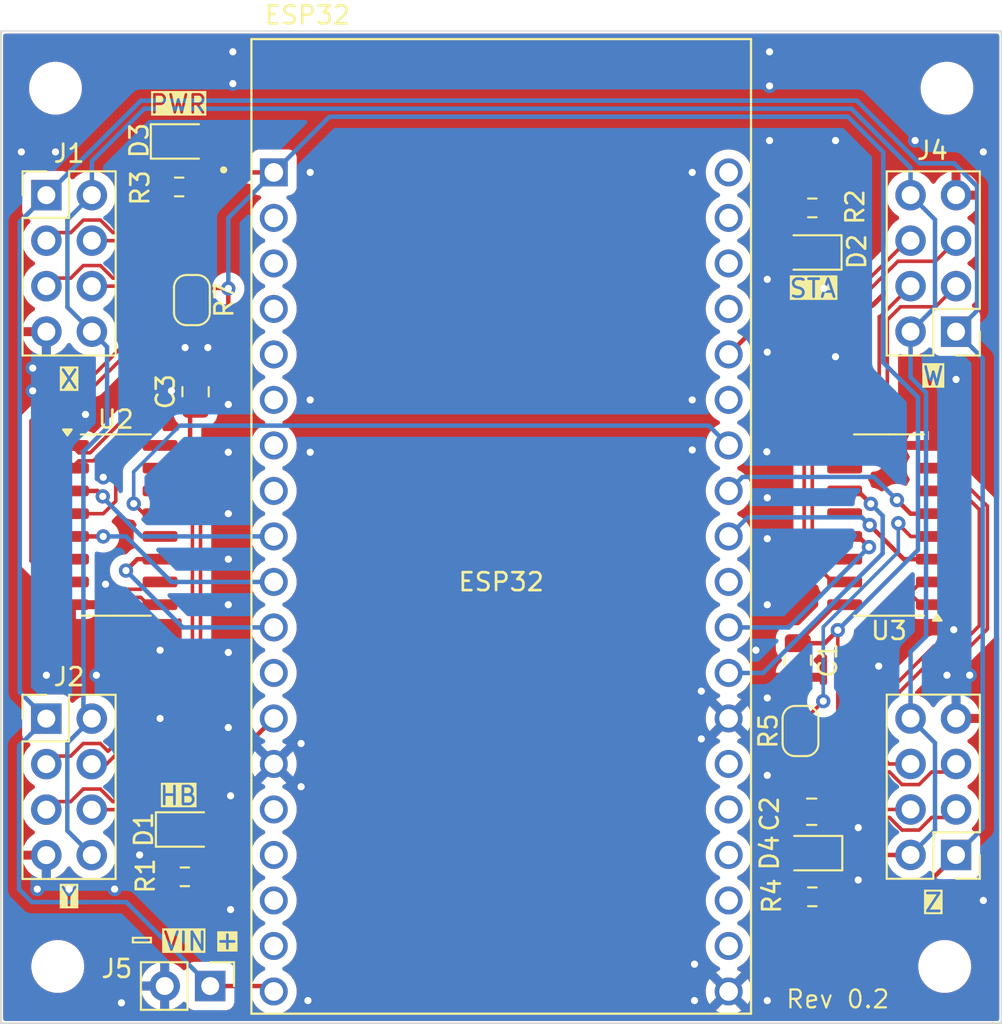
<source format=kicad_pcb>
(kicad_pcb (version 20241229) (generator "pcbnew") (generator_version "9.0")
  (title_block (title "dns' TouchDRO") (date "2025-02-22") (rev "0.2"))
  (layers (0 "F.Cu" signal) (2 "B.Cu" signal) (13 "F.Paste" user) (15 "B.Paste" user) (5 "F.SilkS" user "F.Silkscreen") (7 "B.SilkS" user "B.Silkscreen") (1 "F.Mask" user) (3 "B.Mask" user) (25 "Edge.Cuts" user))
  (net 0 "")
  (net 1 "GND")
  (net 2 "+3V3")
  (net 3 "Net-(D1-K)")
  (net 4 "Net-(D1-A)")
  (net 5 "Net-(D2-K)")
  (net 6 "Net-(D2-A)")
  (net 7 "Net-(D3-K)")
  (net 8 "+5V")
  (net 9 "+2V5")
  (net 10 "/XB-")
  (net 11 "/XB+")
  (net 12 "/XA-")
  (net 13 "/XA+")
  (net 14 "/YB-")
  (net 15 "/YB+")
  (net 16 "/YA-")
  (net 17 "/YA+")
  (net 18 "/XA")
  (net 19 "/XB")
  (net 20 "/YA")
  (net 21 "/YB")
  (net 22 "/ZB")
  (net 23 "/ZA")
  (net 24 "/WA")
  (net 25 "/WB")
  (net 26 "/ZA+")
  (net 27 "/ZA-")
  (net 28 "/ZB+")
  (net 29 "/ZB-")
  (net 30 "/WB-")
  (net 31 "/WB+")
  (net 32 "/WA-")
  (net 33 "/WA+")
  (net 36 "/ZWEN")
  (net 37 "/XYEN")
  (footprint "Capacitor_SMD:C_0805_2012Metric" (layer "F.Cu") (at 90.2208 72.9488 -90)
    (property "Reference" "C1")
    (property "Value" "0.1u")
  )
  (footprint "LED_SMD:LED_0805_2012Metric" (layer "F.Cu") (at 55.7784 43.9928)
    (property "Reference" "D3")
    (property "Value" "PWR")
  )
  (footprint "MountingHole:MountingHole_2.7mm_M2.5" (layer "F.Cu") (at 48.895 90.043)
    (property "Reference" "REF**" (hide yes))
    (property "Value" "MountingHole_2.7mm_M2.5" (hide yes))
  )
  (footprint "LED_SMD:LED_0805_2012Metric" (layer "F.Cu") (at 56.0601 82.3976)
    (property "Reference" "D1")
    (property "Value" "HB")
  )
  (footprint "Connector_PinHeader_2.54mm:PinHeader_2x04_P2.54mm_Vertical" (layer "F.Cu") (at 99.06 54.61 180)
    (property "Reference" "J4")
    (property "Value" "W")
  )
  (footprint "ESP32:ESP32-38Pin" (layer "F.Cu") (at 73.66 68.58)
    (property "Reference" "ESP32")
    (property "Value" "ESP32")
  )
  (footprint "Resistor_SMD:R_0603_1608Metric" (layer "F.Cu") (at 55.6768 46.5328)
    (property "Reference" "R3")
    (property "Value" "1K")
  )
  (footprint "Connector_PinHeader_2.54mm:PinHeader_2x04_P2.54mm_Vertical" (layer "F.Cu") (at 48.26 46.99)
    (property "Reference" "J1")
    (property "Value" "X")
  )
  (footprint "LED_SMD:LED_0805_2012Metric" (layer "F.Cu") (at 90.9828 50.1904 180)
    (property "Reference" "D2")
    (property "Value" "STA")
  )
  (footprint "Capacitor_SMD:C_0805_2012Metric" (layer "F.Cu") (at 56.5912 57.9628 90)
    (property "Reference" "C3")
    (property "Value" "0.1u")
  )
  (footprint "Connector_PinHeader_2.54mm:PinHeader_2x04_P2.54mm_Vertical" (layer "F.Cu") (at 48.255 76.21)
    (property "Reference" "J2")
    (property "Value" "Y")
  )
  (footprint "MountingHole:MountingHole_2.7mm_M2.5" (layer "F.Cu") (at 98.425 90.043)
    (property "Reference" "REF**" (hide yes))
    (property "Value" "MountingHole_2.7mm_M2.5" (hide yes))
  )
  (footprint "Package_SO:SOIC-16_3.9x9.9mm_P1.27mm" (layer "F.Cu") (at 52.135 65.405)
    (property "Reference" "U2")
    (property "Value" "AM26LV32xD")
  )
  (footprint "Package_SO:SOIC-16_3.9x9.9mm_P1.27mm" (layer "F.Cu") (at 95.315 65.405 180)
    (property "Reference" "U3")
    (property "Value" "AM26LV32xD")
  )
  (footprint "Jumper:SolderJumper-2_P1.3mm_Bridged_RoundedPad1.0x1.5mm" (layer "F.Cu") (at 90.3732 76.9008 90)
    (property "Reference" "R5")
    (property "Value" "0R")
  )
  (footprint "Connector_PinHeader_2.54mm:PinHeader_1x02_P2.54mm_Vertical" (layer "F.Cu") (at 57.409 91.1352 -90)
    (property "Reference" "J5")
    (property "Value" "VIN")
  )
  (footprint "Connector_PinHeader_2.54mm:PinHeader_2x04_P2.54mm_Vertical" (layer "F.Cu") (at 99.06 83.82 180)
    (property "Reference" "J3" (hide yes))
    (property "Value" "Z")
  )
  (footprint "MountingHole:MountingHole_2.7mm_M2.5" (layer "F.Cu") (at 48.768 41.021)
    (property "Reference" "REF**" (hide yes))
    (property "Value" "MountingHole_2.7mm_M2.5" (hide yes))
  )
  (footprint "Jumper:SolderJumper-2_P1.3mm_Bridged_RoundedPad1.0x1.5mm" (layer "F.Cu") (at 56.388 52.847 -90)
    (property "Reference" "R7")
    (property "Value" "0R")
  )
  (footprint "Resistor_SMD:R_0603_1608Metric" (layer "F.Cu") (at 91.0336 47.7012 180)
    (property "Reference" "R2")
    (property "Value" "1K")
  )
  (footprint "MountingHole:MountingHole_2.7mm_M2.5" (layer "F.Cu") (at 98.552 41.021)
    (property "Reference" "REF**" (hide yes))
    (property "Value" "MountingHole_2.7mm_M2.5" (hide yes))
  )
  (footprint "Resistor_SMD:R_0603_1608Metric" (layer "F.Cu") (at 55.9938 85.0392)
    (property "Reference" "R1")
    (property "Value" "1K")
  )
  (footprint "Diode_SMD:D_0805_2012Metric" (layer "F.Cu") (at 91.0214 83.7184 180)
    (property "Reference" "D4")
    (property "Value" "2V5" (hide yes))
  )
  (footprint "Capacitor_SMD:C_0805_2012Metric" (layer "F.Cu") (at 90.998 81.407)
    (property "Reference" "C2")
    (property "Value" "0.1u" (hide yes))
  )
  (footprint "Resistor_SMD:R_0603_1608Metric" (layer "F.Cu") (at 91.0336 86.1568)
    (property "Reference" "R4")
    (property "Value" "2K" (hide yes))
  )
  (gr_rect (start 45.72 37.846) (end 101.6 93.218) (stroke (width 0.1)) (fill no) (layer "Edge.Cuts"))
  (gr_text "+" (at 58.293 88.646 90) (layer "F.SilkS" knockout) (effects (font (size 1 1))))
  (gr_text "Rev ${REVISION}" (at 92.456 92.456 0) (layer "F.SilkS") (effects (font (size 1 1) (thickness 0.125)) (justify bottom)))
  (gr_text "-\n" (at 53.594 88.646 180) (layer "F.SilkS" knockout) (effects (font (size 1 1))))
  (via (at 92.329 56.007) (size 0.8) (drill 0.4) (layers "F.Cu" "B.Cu") (net 1))
  (via (at 99.06 57.277) (size 0.8) (drill 0.4) (layers "F.Cu" "B.Cu") (net 1))
  (via (at 88.519 69.85) (size 0.8) (drill 0.4) (layers "F.Cu" "B.Cu") (net 1))
  (via (at 55.245 57.912) (size 0.8) (drill 0.4) (layers "F.Cu" "B.Cu") (net 1))
  (via (at 84.328 45.72) (size 0.8) (drill 0.4) (layers "F.Cu" "B.Cu") (net 1))
  (via (at 94.742 73.279) (size 0.8) (drill 0.4) (layers "F.Cu" "B.Cu") (net 1))
  (via (at 47.752 85.725) (size 0.8) (drill 0.4) (layers "F.Cu" "B.Cu") (net 1))
  (via (at 98.933 71.247) (size 0.8) (drill 0.4) (layers "F.Cu" "B.Cu") (net 1))
  (via (at 100.584 86.36) (size 0.8) (drill 0.4) (layers "F.Cu" "B.Cu") (net 1))
  (via (at 58.674 40.767) (size 0.8) (drill 0.4) (layers "F.Cu" "B.Cu") (net 1))
  (via (at 53.467 83.82) (size 0.8) (drill 0.4) (layers "F.Cu" "B.Cu") (net 1))
  (via (at 62.992 45.72) (size 0.8) (drill 0.4) (layers "F.Cu" "B.Cu") (net 1))
  (via (at 46.863 44.577) (size 0.8) (drill 0.4) (layers "F.Cu" "B.Cu") (net 1))
  (via (at 88.519 91.948) (size 0.8) (drill 0.4) (layers "F.Cu" "B.Cu") (net 1))
  (via (at 100.584 44.577) (size 0.8) (drill 0.4) (layers "F.Cu" "B.Cu") (net 1))
  (via (at 50.4444 59.2328) (size 0.8) (drill 0.4) (layers "F.Cu" "B.Cu") (net 1))
  (via (at 91.694 52.197) (size 0.8) (drill 0.4) (layers "F.Cu" "B.Cu") (net 1))
  (via (at 51.562 68.707) (size 0.8) (drill 0.4) (layers "F.Cu" "B.Cu") (net 1))
  (via (at 51.054 73.787) (size 0.8) (drill 0.4) (layers "F.Cu" "B.Cu") (net 1))
  (via (at 48.26 73.787) (size 0.8) (drill 0.4) (layers "F.Cu" "B.Cu") (net 1))
  (via (at 92.329 43.942) (size 0.8) (drill 0.4) (layers "F.Cu" "B.Cu") (net 1))
  (via (at 56.007 55.499) (size 0.8) (drill 0.4) (layers "F.Cu" "B.Cu") (net 1))
  (via (at 58.42 61.341) (size 0.8) (drill 0.4) (layers "F.Cu" "B.Cu") (net 1))
  (via (at 88.519 55.753) (size 0.8) (drill 0.4) (layers "F.Cu" "B.Cu") (net 1))
  (via (at 49.53 85.725) (size 0.8) (drill 0.4) (layers "F.Cu" "B.Cu") (net 1))
  (via (at 62.484 80.01) (size 0.8) (drill 0.4) (layers "F.Cu" "B.Cu") (net 1))
  (via (at 84.455 91.948) (size 0.8) (drill 0.4) (layers "F.Cu" "B.Cu") (net 1))
  (via (at 58.674 38.989) (size 0.8) (drill 0.4) (layers "F.Cu" "B.Cu") (net 1))
  (via (at 62.865 91.948) (size 0.8) (drill 0.4) (layers "F.Cu" "B.Cu") (net 1))
  (via (at 88.646 38.989) (size 0.8) (drill 0.4) (layers "F.Cu" "B.Cu") (net 1))
  (via (at 58.547 86.868) (size 0.8) (drill 0.4) (layers "F.Cu" "B.Cu") (net 1))
  (via (at 84.328 58.42) (size 0.8) (drill 0.4) (layers "F.Cu" "B.Cu") (net 1))
  (via (at 58.42 69.85) (size 0.8) (drill 0.4) (layers "F.Cu" "B.Cu") (net 1))
  (via (at 88.519 75.057) (size 0.8) (drill 0.4) (layers "F.Cu" "B.Cu") (net 1))
  (via (at 98.552 73.787) (size 0.8) (drill 0.4) (layers "F.Cu" "B.Cu") (net 1))
  (via (at 47.498 56.642) (size 0.8) (drill 0.4) (layers "F.Cu" "B.Cu") (net 1))
  (via (at 88.519 63.881) (size 0.8) (drill 0.4) (layers "F.Cu" "B.Cu") (net 1))
  (via (at 62.992 61.341) (size 0.8) (drill 0.4) (layers "F.Cu" "B.Cu") (net 1))
  (via (at 58.42 67.31) (size 0.8) (drill 0.4) (layers "F.Cu" "B.Cu") (net 1))
  (via (at 51.435 62.738) (size 0.8) (drill 0.4) (layers "F.Cu" "B.Cu") (net 1))
  (via (at 88.519 66.167) (size 0.8) (drill 0.4) (layers "F.Cu" "B.Cu") (net 1))
  (via (at 54.61 72.39) (size 0.8) (drill 0.4) (layers "F.Cu" "B.Cu") (net 1))
  (via (at 58.42 72.517) (size 0.8) (drill 0.4) (layers "F.Cu" "B.Cu") (net 1))
  (via (at 62.484 77.597) (size 0.8) (drill 0.4) (layers "F.Cu" "B.Cu") (net 1))
  (via (at 88.646 40.894) (size 0.8) (drill 0.4) (layers "F.Cu" "B.Cu") (net 1))
  (via (at 54.61 76.2) (size 0.8) (drill 0.4) (layers "F.Cu" "B.Cu") (net 1))
  (via (at 96.774 43.942) (size 0.8) (drill 0.4) (layers "F.Cu" "B.Cu") (net 1))
  (via (at 62.992 58.42) (size 0.8) (drill 0.4) (layers "F.Cu" "B.Cu") (net 1))
  (via (at 88.646 43.942) (size 0.8) (drill 0.4) (layers "F.Cu" "B.Cu") (net 1))
  (via (at 52.451 92.075) (size 0.8) (drill 0.4) (layers "F.Cu" "B.Cu") (net 1))
  (via (at 57.277 55.499) (size 0.8) (drill 0.4) (layers "F.Cu" "B.Cu") (net 1))
  (via (at 84.836 77.343) (size 0.8) (drill 0.4) (layers "F.Cu" "B.Cu") (net 1))
  (via (at 58.42 64.77) (size 0.8) (drill 0.4) (layers "F.Cu" "B.Cu") (net 1))
  (via (at 88.519 79.375) (size 0.8) (drill 0.4) (layers "F.Cu" "B.Cu") (net 1))
  (via (at 58.42 76.708) (size 0.8) (drill 0.4) (layers "F.Cu" "B.Cu") (net 1))
  (via (at 88.519 51.689) (size 0.8) (drill 0.4) (layers "F.Cu" "B.Cu") (net 1))
  (via (at 47.498 57.912) (size 0.8) (drill 0.4) (layers "F.Cu" "B.Cu") (net 1))
  (via (at 84.455 89.916) (size 0.8) (drill 0.4) (layers "F.Cu" "B.Cu") (net 1))
  (via (at 58.42 58.674) (size 0.8) (drill 0.4) (layers "F.Cu" "B.Cu") (net 1))
  (via (at 48.768 44.577) (size 0.8) (drill 0.4) (layers "F.Cu" "B.Cu") (net 1))
  (via (at 93.599 85.217) (size 0.8) (drill 0.4) (layers "F.Cu" "B.Cu") (net 1))
  (via (at 87.884 72.39) (size 0.8) (drill 0.4) (layers "F.Cu" "B.Cu") (net 1))
  (via (at 93.599 82.296) (size 0.8) (drill 0.4) (layers "F.Cu" "B.Cu") (net 1))
  (via (at 84.328 61.214) (size 0.8) (drill 0.4) (layers "F.Cu" "B.Cu") (net 1))
  (via (at 84.836 74.676) (size 0.8) (drill 0.4) (layers "F.Cu" "B.Cu") (net 1))
  (via (at 52.07 85.725) (size 0.8) (drill 0.4) (layers "F.Cu" "B.Cu") (net 1))
  (via (at 88.4936 61.3156) (size 0.8) (drill 0.4) (layers "F.Cu" "B.Cu") (net 1))
  (via (at 58.547 80.518) (size 0.8) (drill 0.4) (layers "F.Cu" "B.Cu") (net 1))
  (via (at 99.822 73.787) (size 0.8) (drill 0.4) (layers "F.Cu" "B.Cu") (net 1))
  (segment (start 56.5912 58.9128) (end 58.42 57.084) (width 0.25) (layer "F.Cu") (net 2))
  (segment (start 56.2864 60.6044) (end 56.2864 59.2176) (width 0.25) (layer "F.Cu") (net 2))
  (segment (start 90.747464 77.5508) (end 92.456 75.842264) (width 0.2) (layer "F.Cu") (net 2))
  (segment (start 56.2864 59.2176) (end 56.5912 58.9128) (width 0.25) (layer "F.Cu") (net 2))
  (segment (start 90.3732 77.5508) (end 90.747464 77.5508) (width 0.2) (layer "F.Cu") (net 2))
  (segment (start 56.388 52.197) (end 58.42 52.197) (width 0.2) (layer "F.Cu") (net 2))
  (segment (start 92.456 75.842264) (end 92.456 71.2724) (width 0.2) (layer "F.Cu") (net 2))
  (segment (start 58.4431 45.72) (end 60.96 45.72) (width 0.25) (layer "F.Cu") (net 2))
  (segment (start 56.7159 43.9928) (end 58.4431 45.72) (width 0.25) (layer "F.Cu") (net 2))
  (segment (start 91.7296 71.9988) (end 92.456 71.2724) (width 0.25) (layer "F.Cu") (net 2))
  (segment (start 92.3188 69.85) (end 90.5764 71.5924) (width 0.25) (layer "F.Cu") (net 2))
  (segment (start 55.9308 60.96) (end 56.2864 60.6044) (width 0.25) (layer "F.Cu") (net 2))
  (segment (start 92.84 69.85) (end 92.3188 69.85) (width 0.25) (layer "F.Cu") (net 2))
  (segment (start 90.2208 71.9988) (end 91.7296 71.9988) (width 0.25) (layer "F.Cu") (net 2))
  (segment (start 58.42 57.084) (end 58.42 52.197) (width 0.25) (layer "F.Cu") (net 2))
  (segment (start 54.61 60.96) (end 55.9308 60.96) (width 0.25) (layer "F.Cu") (net 2))
  (via (at 92.456 71.2724) (size 0.8) (drill 0.4) (layers "F.Cu" "B.Cu") (net 2))
  (via (at 58.42 52.197) (size 0.8) (drill 0.4) (layers "F.Cu" "B.Cu") (net 2))
  (segment (start 96.933 66.7954) (end 96.933 58.2742) (width 0.25) (layer "B.Cu") (net 2))
  (segment (start 94.996 56.3372) (end 94.996 44.588) (width 0.25) (layer "B.Cu") (net 2))
  (segment (start 58.42 48.26) (end 60.96 45.72) (width 0.25) (layer "B.Cu") (net 2))
  (segment (start 96.933 58.2742) (end 94.996 56.3372) (width 0.25) (layer "B.Cu") (net 2))
  (segment (start 58.42 48.26) (end 58.42 52.197) (width 0.25) (layer "B.Cu") (net 2))
  (segment (start 64.066 42.614) (end 60.96 45.72) (width 0.25) (layer "B.Cu") (net 2))
  (segment (start 92.456 71.2724) (end 96.933 66.7954) (width 0.25) (layer "B.Cu") (net 2))
  (segment (start 93.022 42.614) (end 94.996 44.588) (width 0.25) (layer "B.Cu") (net 2))
  (segment (start 93.022 42.614) (end 64.066 42.614) (width 0.25) (layer "B.Cu") (net 2))
  (segment (start 55.1226 84.993) (end 55.1688 85.0392) (width 0.25) (layer "F.Cu") (net 3))
  (segment (start 55.1226 82.3976) (end 55.1226 84.993) (width 0.25) (layer "F.Cu") (net 3))
  (segment (start 56.9976 80.1624) (end 56.9976 82.3976) (width 0.25) (layer "F.Cu") (net 4))
  (segment (start 60.96 76.2) (end 56.9976 80.1624) (width 0.25) (layer "F.Cu") (net 4))
  (segment (start 91.9203 47.7629) (end 91.8586 47.7012) (width 0.25) (layer "F.Cu") (net 5))
  (segment (start 91.9203 50.1904) (end 91.9203 47.7629) (width 0.25) (layer "F.Cu") (net 5))
  (segment (start 90.0453 50.1904) (end 90.0453 52.1947) (width 0.25) (layer "F.Cu") (net 6))
  (segment (start 90.0453 52.1947) (end 86.36 55.88) (width 0.25) (layer "F.Cu") (net 6))
  (segment (start 54.8409 43.9928) (end 54.8409 46.5219) (width 0.25) (layer "F.Cu") (net 7))
  (segment (start 54.8409 46.5219) (end 54.8518 46.5328) (width 0.25) (layer "F.Cu") (net 7))
  (segment (start 91.0086 86.9568) (end 95.9232 86.9568) (width 0.25) (layer "F.Cu") (net 8))
  (segment (start 57.409 91.1352) (end 60.6552 91.1352) (width 0.25) (layer "F.Cu") (net 8))
  (segment (start 60.6552 91.1352) (end 60.96 91.44) (width 0.25) (layer "F.Cu") (net 8))
  (segment (start 95.9232 86.9568) (end 99.06 83.82) (width 0.25) (layer "F.Cu") (net 8))
  (segment (start 90.2086 86.1568) (end 91.0086 86.9568) (width 0.25) (layer "F.Cu") (net 8))
  (segment (start 46.772 48.478) (end 46.772 74.727) (width 0.25) (layer "B.Cu") (net 8))
  (segment (start 52.7248 86.451) (end 47.45128 86.451) (width 0.25) (layer "B.Cu") (net 8))
  (segment (start 100.235 46.503299) (end 100.235 53.435) (width 0.25) (layer "B.Cu") (net 8))
  (segment (start 53.536 41.714) (end 93.520695 41.714) (width 0.25) (layer "B.Cu") (net 8))
  (segment (start 46.772 74.727) (end 48.255 76.21) (width 0.25) (layer "B.Cu") (net 8))
  (segment (start 98.943701 45.212) (end 100.235 46.503299) (width 0.25) (layer "B.Cu") (net 8))
  (segment (start 100.548 56.098) (end 100.548 82.332) (width 0.25) (layer "B.Cu") (net 8))
  (segment (start 46.736 85.73572) (end 46.736 77.729) (width 0.25) (layer "B.Cu") (net 8))
  (segment (start 57.409 91.1352) (end 52.7248 86.451) (width 0.25) (layer "B.Cu") (net 8))
  (segment (start 100.548 82.332) (end 99.06 83.82) (width 0.25) (layer "B.Cu") (net 8))
  (segment (start 93.520695 41.714) (end 97.018695 45.212) (width 0.25) (layer "B.Cu") (net 8))
  (segment (start 99.06 54.61) (end 100.548 56.098) (width 0.25) (layer "B.Cu") (net 8))
  (segment (start 48.26 46.99) (end 46.772 48.478) (width 0.25) (layer "B.Cu") (net 8))
  (segment (start 48.26 46.99) (end 53.536 41.714) (width 0.25) (layer "B.Cu") (net 8))
  (segment (start 100.235 53.435) (end 99.06 54.61) (width 0.25) (layer "B.Cu") (net 8))
  (segment (start 97.018695 45.212) (end 98.943701 45.212) (width 0.25) (layer "B.Cu") (net 8))
  (segment (start 47.45128 86.451) (end 46.736 85.73572) (width 0.25) (layer "B.Cu") (net 8))
  (segment (start 46.736 77.729) (end 48.255 76.21) (width 0.25) (layer "B.Cu") (net 8))
  (segment (start 91.948 81.407) (end 91.948 83.7075) (width 0.2) (layer "F.Cu") (net 9))
  (segment (start 92.0605 83.82) (end 96.52 83.82) (width 0.25) (layer "F.Cu") (net 9))
  (segment (start 91.9589 83.7184) (end 92.0605 83.82) (width 0.25) (layer "F.Cu") (net 9))
  (segment (start 91.9589 83.7184) (end 91.9589 86.0565) (width 0.25) (layer "F.Cu") (net 9))
  (segment (start 91.948 83.7075) (end 91.9589 83.7184) (width 0.2) (layer "F.Cu") (net 9))
  (segment (start 91.9589 86.0565) (end 91.8586 86.1568) (width 0.25) (layer "F.Cu") (net 9))
  (segment (start 50.8 45.086396) (end 50.8 46.99) (width 0.25) (layer "B.Cu") (net 9))
  (segment (start 50.329 75.744) (end 50.795 76.21) (width 0.25) (layer "B.Cu") (net 9))
  (segment (start 97.885 82.455) (end 96.52 83.82) (width 0.25) (layer "B.Cu") (net 9))
  (segment (start 97.885 53.245) (end 96.52 54.61) (width 0.25) (layer "B.Cu") (net 9))
  (segment (start 97.383 71.619295) (end 96.52 72.482295) (width 0.25) (layer "B.Cu") (net 9))
  (segment (start 50.8 54.61) (end 51.65 55.46) (width 0.25) (layer "B.Cu") (net 9))
  (segment (start 49.435 53.245) (end 49.435 48.355) (width 0.25) (layer "B.Cu") (net 9))
  (segment (start 96.52 76.2) (end 97.885 77.565) (width 0.25) (layer "B.Cu") (net 9))
  (segment (start 97.885 77.565) (end 97.885 82.455) (width 0.25) (layer "B.Cu") (net 9))
  (segment (start 97.885 48.355) (end 97.885 53.245) (width 0.25) (layer "B.Cu") (net 9))
  (segment (start 49.435 48.355) (end 50.8 46.99) (width 0.25) (layer "B.Cu") (net 9))
  (segment (start 96.52 72.482295) (end 96.52 76.2) (width 0.25) (layer "B.Cu") (net 9))
  (segment (start 51.65 59.983) (end 50.329 61.304) (width 0.25) (layer "B.Cu") (net 9))
  (segment (start 97.383 58.013) (end 97.383 71.619295) (width 0.25) (layer "B.Cu") (net 9))
  (segment (start 96.52 54.61) (end 96.52 57.15) (width 0.25) (layer "B.Cu") (net 9))
  (segment (start 96.52 46.99) (end 97.885 48.355) (width 0.25) (layer "B.Cu") (net 9))
  (segment (start 50.329 61.304) (end 50.329 75.744) (width 0.25) (layer "B.Cu") (net 9))
  (segment (start 53.722396 42.164) (end 50.8 45.086396) (width 0.25) (layer "B.Cu") (net 9))
  (segment (start 96.52 45.466) (end 93.218 42.164) (width 0.25) (layer "B.Cu") (net 9))
  (segment (start 51.65 55.46) (end 51.65 59.983) (width 0.25) (layer "B.Cu") (net 9))
  (segment (start 50.795 76.21) (end 49.43 77.575) (width 0.25) (layer "B.Cu") (net 9))
  (segment (start 96.52 57.15) (end 97.383 58.013) (width 0.25) (layer "B.Cu") (net 9))
  (segment (start 96.52 46.99) (end 96.52 45.466) (width 0.25) (layer "B.Cu") (net 9))
  (segment (start 49.43 77.575) (end 49.43 82.465) (width 0.25) (layer "B.Cu") (net 9))
  (segment (start 49.43 82.465) (end 50.795 83.83) (width 0.25) (layer "B.Cu") (net 9))
  (segment (start 93.218 42.164) (end 53.722396 42.164) (width 0.25) (layer "B.Cu") (net 9))
  (segment (start 50.8 54.61) (end 49.435 53.245) (width 0.25) (layer "B.Cu") (net 9))
  (segment (start 47.4 67.4032) (end 48.1668 68.17) (width 0.2) (layer "F.Cu") (net 10))
  (segment (start 52.4038 52.341) (end 52.4038 55.5328) (width 0.2) (layer "F.Cu") (net 10))
  (segment (start 48.575 68.17) (end 48.985 68.58) (width 0.2) (layer "F.Cu") (net 10))
  (segment (start 50.7576 57.179) (end 49.8178 57.179) (width 0.2) (layer "F.Cu") (net 10))
  (segment (start 48.985 68.58) (end 49.66 68.58) (width 0.2) (layer "F.Cu") (net 10))
  (segment (start 50.8 52.07) (end 52.1328 52.07) (width 0.2) (layer "F.Cu") (net 10))
  (segment (start 52.1328 52.07) (end 52.4038 52.341) (width 0.2) (layer "F.Cu") (net 10))
  (segment (start 48.1668 68.17) (end 48.575 68.17) (width 0.2) (layer "F.Cu") (net 10))
  (segment (start 47.4 59.5968) (end 47.4 67.4032) (width 0.2) (layer "F.Cu") (net 10))
  (segment (start 49.8178 57.179) (end 47.4 59.5968) (width 0.2) (layer "F.Cu") (net 10))
  (segment (start 52.4038 55.5328) (end 50.7576 57.179) (width 0.2) (layer "F.Cu") (net 10))
  (segment (start 52.3192 51.62) (end 52.8538 52.1546) (width 0.2) (layer "F.Cu") (net 11))
  (segment (start 49.623654 51.62) (end 50.323654 50.92) (width 0.2) (layer "F.Cu") (net 11))
  (segment (start 50.323654 50.92) (end 51.276346 50.92) (width 0.2) (layer "F.Cu") (net 11))
  (segment (start 50.944 57.629) (end 50.0042 57.629) (width 0.2) (layer "F.Cu") (net 11))
  (segment (start 51.276346 50.92) (end 51.976346 51.62) (width 0.2) (layer "F.Cu") (net 11))
  (segment (start 50.0042 57.629) (end 47.85 59.7832) (width 0.2) (layer "F.Cu") (net 11))
  (segment (start 47.85 67.2168) (end 48.3532 67.72) (width 0.2) (layer "F.Cu") (net 11))
  (segment (start 48.26 52.07) (end 48.71 51.62) (width 0.2) (layer "F.Cu") (net 11))
  (segment (start 52.8538 55.7192) (end 50.944 57.629) (width 0.2) (layer "F.Cu") (net 11))
  (segment (start 51.976346 51.62) (end 52.3192 51.62) (width 0.2) (layer "F.Cu") (net 11))
  (segment (start 48.71 51.62) (end 49.623654 51.62) (width 0.2) (layer "F.Cu") (net 11))
  (segment (start 48.3532 67.72) (end 48.575 67.72) (width 0.2) (layer "F.Cu") (net 11))
  (segment (start 52.8538 52.1546) (end 52.8538 55.7192) (width 0.2) (layer "F.Cu") (net 11))
  (segment (start 48.575 67.72) (end 48.985 67.31) (width 0.2) (layer "F.Cu") (net 11))
  (segment (start 48.985 67.31) (end 49.66 67.31) (width 0.2) (layer "F.Cu") (net 11))
  (segment (start 47.85 59.7832) (end 47.85 67.2168) (width 0.2) (layer "F.Cu") (net 11))
  (segment (start 53.369 58.7078) (end 53.369 50.7662) (width 0.2) (layer "F.Cu") (net 12))
  (segment (start 50.706801 61.369999) (end 53.369 58.7078) (width 0.2) (layer "F.Cu") (net 12))
  (segment (start 53.369 50.7662) (end 52.1328 49.53) (width 0.2) (layer "F.Cu") (net 12))
  (segment (start 52.1328 49.53) (end 50.8 49.53) (width 0.2) (layer "F.Cu") (net 12))
  (segment (start 49.66 60.96) (end 50.069999 61.369999) (width 0.2) (layer "F.Cu") (net 12))
  (segment (start 50.069999 61.369999) (end 50.706801 61.369999) (width 0.2) (layer "F.Cu") (net 12))
  (segment (start 50.069999 61.820001) (end 50.893199 61.820001) (width 0.2) (layer "F.Cu") (net 13))
  (segment (start 50.323654 48.38) (end 49.623654 49.08) (width 0.2) (layer "F.Cu") (net 13))
  (segment (start 51.276346 48.38) (end 50.323654 48.38) (width 0.2) (layer "F.Cu") (net 13))
  (segment (start 48.71 49.08) (end 48.26 49.53) (width 0.2) (layer "F.Cu") (net 13))
  (segment (start 50.893199 61.820001) (end 53.819 58.8942) (width 0.2) (layer "F.Cu") (net 13))
  (segment (start 52.3192 49.08) (end 51.976346 49.08) (width 0.2) (layer "F.Cu") (net 13))
  (segment (start 53.819 58.8942) (end 53.819 50.5798) (width 0.2) (layer "F.Cu") (net 13))
  (segment (start 49.623654 49.08) (end 48.71 49.08) (width 0.2) (layer "F.Cu") (net 13))
  (segment (start 53.819 50.5798) (end 52.3192 49.08) (width 0.2) (layer "F.Cu") (net 13))
  (segment (start 51.976346 49.08) (end 51.276346 48.38) (width 0.2) (layer "F.Cu") (net 13))
  (segment (start 49.66 62.23) (end 50.069999 61.820001) (width 0.2) (layer "F.Cu") (net 13))
  (segment (start 55.885 63.163604) (end 55.621396 62.9) (width 0.2) (layer "F.Cu") (net 14))
  (segment (start 55.885 63.505) (end 55.885 63.163604) (width 0.2) (layer "F.Cu") (net 14))
  (segment (start 50.795 81.29) (end 52.5052 81.29) (width 0.2) (layer "F.Cu") (net 14))
  (segment (start 55.621396 62.9) (end 55.28 62.9) (width 0.2) (layer "F.Cu") (net 14))
  (segment (start 52.5052 81.29) (end 56.867 76.9282) (width 0.2) (layer "F.Cu") (net 14))
  (segment (start 56.867 64.487) (end 55.885 63.505) (width 0.2) (layer "F.Cu") (net 14))
  (segment (start 55.28 62.9) (end 54.61 62.23) (width 0.2) (layer "F.Cu") (net 14))
  (segment (start 56.867 64.487) (end 56.867 76.9282) (width 0.2) (layer "F.Cu") (net 14))
  (segment (start 49.618654 80.84) (end 50.318654 80.14) (width 0.2) (layer "F.Cu") (net 15))
  (segment (start 51.971346 80.84) (end 52.3188 80.84) (width 0.2) (layer "F.Cu") (net 15))
  (segment (start 56.417 64.673397) (end 56.417 76.7418) (width 0.2) (layer "F.Cu") (net 15))
  (segment (start 51.271346 80.14) (end 51.971346 80.84) (width 0.2) (layer "F.Cu") (net 15))
  (segment (start 52.3188 80.84) (end 56.417 76.7418) (width 0.2) (layer "F.Cu") (net 15))
  (segment (start 48.705 80.84) (end 49.618654 80.84) (width 0.2) (layer "F.Cu") (net 15))
  (segment (start 50.318654 80.14) (end 51.271346 80.14) (width 0.2) (layer "F.Cu") (net 15))
  (segment (start 55.243603 63.5) (end 54.61 63.5) (width 0.2) (layer "F.Cu") (net 15))
  (segment (start 48.255 81.29) (end 48.705 80.84) (width 0.2) (layer "F.Cu") (net 15))
  (segment (start 56.417 64.673397) (end 55.243603 63.5) (width 0.2) (layer "F.Cu") (net 15))
  (segment (start 50.795 78.75) (end 51.6162 78.75) (width 0.2) (layer "F.Cu") (net 16))
  (segment (start 53.935 69.85) (end 54.61 69.85) (width 0.2) (layer "F.Cu") (net 16))
  (segment (start 53.051287 69.44) (end 53.525 69.44) (width 0.2) (layer "F.Cu") (net 16))
  (segment (start 53.525 69.44) (end 53.935 69.85) (width 0.2) (layer "F.Cu") (net 16))
  (segment (start 52.676 69.815287) (end 53.051287 69.44) (width 0.2) (layer "F.Cu") (net 16))
  (segment (start 51.6162 78.75) (end 52.676 77.6902) (width 0.2) (layer "F.Cu") (net 16))
  (segment (start 52.676 77.6902) (end 52.676 69.815287) (width 0.2) (layer "F.Cu") (net 16))
  (segment (start 52.864887 68.99) (end 53.525 68.99) (width 0.2) (layer "F.Cu") (net 17))
  (segment (start 53.525 68.99) (end 53.935 68.58) (width 0.2) (layer "F.Cu") (net 17))
  (segment (start 48.705 78.3) (end 49.618654 78.3) (width 0.2) (layer "F.Cu") (net 17))
  (segment (start 53.935 68.58) (end 54.61 68.58) (width 0.2) (layer "F.Cu") (net 17))
  (segment (start 52.226 69.628887) (end 52.864887 68.99) (width 0.2) (layer "F.Cu") (net 17))
  (segment (start 49.618654 78.3) (end 50.318654 77.6) (width 0.2) (layer "F.Cu") (net 17))
  (segment (start 52.226 77.5038) (end 52.226 69.628887) (width 0.2) (layer "F.Cu") (net 17))
  (segment (start 51.700573 78.029227) (end 52.226 77.5038) (width 0.2) (layer "F.Cu") (net 17))
  (segment (start 50.318654 77.6) (end 51.271346 77.6) (width 0.2) (layer "F.Cu") (net 17))
  (segment (start 51.271346 77.6) (end 51.700573 78.029227) (width 0.2) (layer "F.Cu") (net 17))
  (segment (start 48.255 78.75) (end 48.705 78.3) (width 0.2) (layer "F.Cu") (net 17))
  (segment (start 49.66 63.5) (end 51.1048 63.5) (width 0.25) (layer "F.Cu") (net 18))
  (segment (start 51.1048 63.5) (end 51.4096 63.8048) (width 0.25) (layer "F.Cu") (net 18))
  (via (at 51.4096 63.8048) (size 0.8) (drill 0.4) (layers "F.Cu" "B.Cu") (net 18))
  (segment (start 51.4096 63.864905) (end 51.4096 63.8048) (width 0.25) (layer "B.Cu") (net 18))
  (segment (start 53.584695 66.04) (end 60.96 66.04) (width 0.25) (layer "B.Cu") (net 18))
  (segment (start 53.584695 66.04) (end 51.4096 63.864905) (width 0.25) (layer "B.Cu") (net 18))
  (segment (start 49.66 66.04) (end 51.435 66.04) (width 0.25) (layer "F.Cu") (net 19))
  (via (at 51.435 66.04) (size 0.8) (drill 0.4) (layers "F.Cu" "B.Cu") (net 19))
  (segment (start 55.245 68.58) (end 60.96 68.58) (width 0.25) (layer "B.Cu") (net 19))
  (segment (start 52.705 66.04) (end 55.245 68.58) (width 0.25) (layer "B.Cu") (net 19))
  (segment (start 51.435 66.04) (end 52.705 66.04) (width 0.25) (layer "B.Cu") (net 19))
  (segment (start 54.61 67.31) (end 53.34 67.31) (width 0.25) (layer "F.Cu") (net 20))
  (segment (start 53.34 67.31) (end 52.705 67.945) (width 0.25) (layer "F.Cu") (net 20))
  (via (at 52.705 67.945) (size 0.8) (drill 0.4) (layers "F.Cu" "B.Cu") (net 20))
  (segment (start 52.705 67.945) (end 55.88 71.12) (width 0.25) (layer "B.Cu") (net 20))
  (segment (start 55.88 71.12) (end 60.96 71.12) (width 0.25) (layer "B.Cu") (net 20))
  (segment (start 54.61 64.77) (end 53.6956 64.77) (width 0.2) (layer "F.Cu") (net 21))
  (segment (start 53.6956 64.77) (end 53.1368 64.2112) (width 0.2) (layer "F.Cu") (net 21))
  (via (at 53.1368 64.2112) (size 0.8) (drill 0.4) (layers "F.Cu" "B.Cu") (net 21))
  (segment (start 85.255 59.855) (end 55.715 59.855) (width 0.25) (layer "B.Cu") (net 21))
  (segment (start 53.1368 62.4332) (end 55.715 59.855) (width 0.2) (layer "B.Cu") (net 21))
  (segment (start 86.36 60.96) (end 85.255 59.855) (width 0.25) (layer "B.Cu") (net 21))
  (segment (start 53.1368 64.2112) (end 53.1368 62.4332) (width 0.2) (layer "B.Cu") (net 21))
  (segment (start 97.79 64.77) (end 96.52 64.77) (width 0.25) (layer "F.Cu") (net 22))
  (segment (start 96.52 64.77) (end 95.758 64.008) (width 0.25) (layer "F.Cu") (net 22))
  (via (at 95.758 64.008) (size 0.8) (drill 0.4) (layers "F.Cu" "B.Cu") (net 22))
  (segment (start 95.758 64.008) (end 94.47 62.72) (width 0.25) (layer "B.Cu") (net 22))
  (segment (start 94.47 62.72) (end 87.14 62.72) (width 0.25) (layer "B.Cu") (net 22))
  (segment (start 87.14 62.72) (end 86.36 63.5) (width 0.25) (layer "B.Cu") (net 22))
  (segment (start 97.79 67.31) (end 96.141126 67.31) (width 0.25) (layer "F.Cu") (net 23))
  (segment (start 96.141126 67.31) (end 94.238059 65.406933) (width 0.25) (layer "F.Cu") (net 23))
  (via (at 94.238059 65.406933) (size 0.8) (drill 0.4) (layers "F.Cu" "B.Cu") (net 23))
  (segment (start 87.4268 64.9732) (end 86.36 66.04) (width 0.25) (layer "B.Cu") (net 23))
  (segment (start 93.804326 64.9732) (end 87.4268 64.9732) (width 0.25) (layer "B.Cu") (net 23))
  (segment (start 94.238059 65.406933) (end 93.804326 64.9732) (width 0.25) (layer "B.Cu") (net 23))
  (segment (start 94.299382 64.220863) (end 93.578519 63.5) (width 0.25) (layer "F.Cu") (net 24))
  (segment (start 93.578519 63.5) (end 92.84 63.5) (width 0.25) (layer "F.Cu") (net 24))
  (via (at 94.299382 64.220863) (size 0.8) (drill 0.4) (layers "F.Cu" "B.Cu") (net 24))
  (segment (start 94.963059 66.987341) (end 94.963059 64.88454) (width 0.25) (layer "B.Cu") (net 24))
  (segment (start 94.923981 67.026419) (end 88.2904 73.66) (width 0.25) (layer "B.Cu") (net 24))
  (segment (start 94.923981 67.026419) (end 94.963059 66.987341) (width 0.25) (layer "B.Cu") (net 24))
  (segment (start 94.963059 64.88454) (end 94.299382 64.220863) (width 0.25) (layer "B.Cu") (net 24))
  (segment (start 88.2904 73.66) (end 86.36 73.66) (width 0.25) (layer "B.Cu") (net 24))
  (segment (start 92.84 66.04) (end 93.604924 66.04) (width 0.25) (layer "F.Cu") (net 25))
  (segment (start 93.604924 66.04) (end 94.198981 66.634057) (width 0.25) (layer "F.Cu") (net 25))
  (via (at 94.198981 66.634057) (size 0.8) (drill 0.4) (layers "F.Cu" "B.Cu") (net 25))
  (segment (start 94.198981 66.634057) (end 89.713038 71.12) (width 0.25) (layer "B.Cu") (net 25))
  (segment (start 89.713038 71.12) (end 86.36 71.12) (width 0.25) (layer "B.Cu") (net 25))
  (segment (start 97.696346 81.73) (end 98.61 81.73) (width 0.2) (layer "F.Cu") (net 26))
  (segment (start 97.79 68.58) (end 97.115 68.58) (width 0.2) (layer "F.Cu") (net 26))
  (segment (start 94.8738 81.73) (end 95.343654 81.73) (width 0.2) (layer "F.Cu") (net 26))
  (segment (start 92.866 72.309793) (end 92.866 79.7222) (width 0.2) (layer "F.Cu") (net 26))
  (segment (start 97.115 68.58) (end 96.705 68.99) (width 0.2) (layer "F.Cu") (net 26))
  (segment (start 92.866 79.7222) (end 94.8738 81.73) (width 0.2) (layer "F.Cu") (net 26))
  (segment (start 98.61 81.73) (end 99.06 81.28) (width 0.2) (layer "F.Cu") (net 26))
  (segment (start 96.705 68.99) (end 96.185793 68.99) (width 0.2) (layer "F.Cu") (net 26))
  (segment (start 96.996346 82.43) (end 97.696346 81.73) (width 0.2) (layer "F.Cu") (net 26))
  (segment (start 96.043654 82.43) (end 96.996346 82.43) (width 0.2) (layer "F.Cu") (net 26))
  (segment (start 95.343654 81.73) (end 96.043654 82.43) (width 0.2) (layer "F.Cu") (net 26))
  (segment (start 96.185793 68.99) (end 92.866 72.309793) (width 0.2) (layer "F.Cu") (net 26))
  (segment (start 97.115 69.85) (end 96.705 69.44) (width 0.2) (layer "F.Cu") (net 27))
  (segment (start 93.316 72.496193) (end 93.316 79.5358) (width 0.2) (layer "F.Cu") (net 27))
  (segment (start 96.705 69.44) (end 96.372193 69.44) (width 0.2) (layer "F.Cu") (net 27))
  (segment (start 93.316 79.5358) (end 95.0602 81.28) (width 0.2) (layer "F.Cu") (net 27))
  (segment (start 97.79 69.85) (end 97.115 69.85) (width 0.2) (layer "F.Cu") (net 27))
  (segment (start 95.0602 81.28) (end 96.52 81.28) (width 0.2) (layer "F.Cu") (net 27))
  (segment (start 96.372193 69.44) (end 93.316 72.496193) (width 0.2) (layer "F.Cu") (net 27))
  (segment (start 97.696346 79.19) (end 96.996346 79.89) (width 0.2) (layer "F.Cu") (net 28))
  (segment (start 97.8238 72.165) (end 99.2208 72.165) (width 0.2) (layer "F.Cu") (net 28))
  (segment (start 98.875 63.09) (end 98.465 63.5) (width 0.2) (layer "F.Cu") (net 28))
  (segment (start 95.1278 79.19) (end 94.517 78.5792) (width 0.2) (layer "F.Cu") (net 28))
  (segment (start 97.8238 72.165) (end 94.517 75.4718) (width 0.2) (layer "F.Cu") (net 28))
  (segment (start 96.043654 79.89) (end 95.343654 79.19) (width 0.2) (layer "F.Cu") (net 28))
  (segment (start 96.996346 79.89) (end 96.043654 79.89) (width 0.2) (layer "F.Cu") (net 28))
  (segment (start 99.06 78.74) (end 98.61 79.19) (width 0.2) (layer "F.Cu") (net 28))
  (segment (start 100.359 64.5342) (end 98.9148 63.09) (width 0.2) (layer "F.Cu") (net 28))
  (segment (start 99.2208 72.165) (end 100.359 71.0268) (width 0.2) (layer "F.Cu") (net 28))
  (segment (start 100.359 71.0268) (end 100.359 64.5342) (width 0.2) (layer "F.Cu") (net 28))
  (segment (start 95.343654 79.19) (end 95.1278 79.19) (width 0.2) (layer "F.Cu") (net 28))
  (segment (start 98.61 79.19) (end 97.696346 79.19) (width 0.2) (layer "F.Cu") (net 28))
  (segment (start 98.9148 63.09) (end 98.875 63.09) (width 0.2) (layer "F.Cu") (net 28))
  (segment (start 94.517 78.5792) (end 94.517 75.4718) (width 0.2) (layer "F.Cu") (net 28))
  (segment (start 98.465 63.5) (end 97.79 63.5) (width 0.2) (layer "F.Cu") (net 28))
  (segment (start 98.0102 72.615) (end 99.4072 72.615) (width 0.2) (layer "F.Cu") (net 29))
  (segment (start 99.1012 62.64) (end 98.875 62.64) (width 0.2) (layer "F.Cu") (net 29))
  (segment (start 100.809 71.2132) (end 100.809 64.3478) (width 0.2) (layer "F.Cu") (net 29))
  (segment (start 100.809 64.3478) (end 99.1012 62.64) (width 0.2) (layer "F.Cu") (net 29))
  (segment (start 96.52 78.74) (end 95.3142 78.74) (width 0.2) (layer "F.Cu") (net 29))
  (segment (start 98.0102 72.615) (end 94.967 75.6582) (width 0.2) (layer "F.Cu") (net 29))
  (segment (start 94.967 78.3928) (end 94.967 75.6582) (width 0.2) (layer "F.Cu") (net 29))
  (segment (start 99.4072 72.615) (end 100.809 71.2132) (width 0.2) (layer "F.Cu") (net 29))
  (segment (start 95.3142 78.74) (end 94.967 78.3928) (width 0.2) (layer "F.Cu") (net 29))
  (segment (start 98.875 62.64) (end 98.465 62.23) (width 0.2) (layer "F.Cu") (net 29))
  (segment (start 98.465 62.23) (end 97.79 62.23) (width 0.2) (layer "F.Cu") (net 29))
  (segment (start 90.58 67.2762) (end 91.4738 68.17) (width 0.2) (layer "F.Cu") (net 30))
  (segment (start 96.52 49.53) (end 96.3288 49.53) (width 0.2) (layer "F.Cu") (net 30))
  (segment (start 92.165 68.58) (end 92.84 68.58) (width 0.2) (layer "F.Cu") (net 30))
  (segment (start 96.3288 49.53) (end 90.58 55.2788) (width 0.2) (layer "F.Cu") (net 30))
  (segment (start 91.755 68.17) (end 92.165 68.58) (width 0.2) (layer "F.Cu") (net 30))
  (segment (start 90.58 55.2788) (end 90.58 67.2762) (width 0.2) (layer "F.Cu") (net 30))
  (segment (start 91.4738 68.17) (end 91.755 68.17) (width 0.2) (layer "F.Cu") (net 30))
  (segment (start 92.84 67.31) (end 92.165 67.31) (width 0.2) (layer "F.Cu") (net 31))
  (segment (start 91.03 55.4652) (end 95.8152 50.68) (width 0.2) (layer "F.Cu") (net 31))
  (segment (start 92.165 67.31) (end 91.755 67.72) (width 0.2) (layer "F.Cu") (net 31))
  (segment (start 97.91 50.68) (end 99.06 49.53) (width 0.2) (layer "F.Cu") (net 31))
  (segment (start 91.755 67.72) (end 91.6602 67.72) (width 0.2) (layer "F.Cu") (net 31))
  (segment (start 91.6602 67.72) (end 91.03 67.0898) (width 0.2) (layer "F.Cu") (net 31))
  (segment (start 95.8152 50.68) (end 97.91 50.68) (width 0.2) (layer "F.Cu") (net 31))
  (segment (start 91.03 67.0898) (end 91.03 55.4652) (width 0.2) (layer "F.Cu") (net 31))
  (segment (start 94.257099 61.37) (end 94.771 60.856099) (width 0.2) (layer "F.Cu") (net 32))
  (segment (start 94.771 60.856099) (end 94.771 53.772908) (width 0.2) (layer "F.Cu") (net 32))
  (segment (start 94.817092 53.772908) (end 96.52 52.07) (width 0.2) (layer "F.Cu") (net 32))
  (segment (start 94.771 53.772908) (end 94.817092 53.772908) (width 0.2) (layer "F.Cu") (net 32))
  (segment (start 93.515 60.96) (end 93.925 61.37) (width 0.2) (layer "F.Cu") (net 32))
  (segment (start 93.925 61.37) (end 94.257099 61.37) (width 0.2) (layer "F.Cu") (net 32))
  (segment (start 92.84 60.96) (end 93.515 60.96) (width 0.2) (layer "F.Cu") (net 32))
  (segment (start 93.515 62.23) (end 93.925 61.82) (width 0.2) (layer "F.Cu") (net 33))
  (segment (start 97.91 53.22) (end 99.06 52.07) (width 0.2) (layer "F.Cu") (net 33))
  (segment (start 95.960308 53.22) (end 97.91 53.22) (width 0.2) (layer "F.Cu") (net 33))
  (segment (start 95.221 53.959308) (end 95.960308 53.22) (width 0.2) (layer "F.Cu") (net 33))
  (segment (start 95.221 61.042499) (end 95.221 53.959308) (width 0.2) (layer "F.Cu") (net 33))
  (segment (start 92.84 62.23) (end 93.515 62.23) (width 0.2) (layer "F.Cu") (net 33))
  (segment (start 94.443499 61.82) (end 95.221 61.042499) (width 0.2) (layer "F.Cu") (net 33))
  (segment (start 93.925 61.82) (end 94.443499 61.82) (width 0.2) (layer "F.Cu") (net 33))
  (segment (start 96.528569 66.04) (end 95.8342 65.345631) (width 0.2) (layer "F.Cu") (net 36))
  (segment (start 90.6272 76.2508) (end 91.6432 75.2348) (width 0.2) (layer "F.Cu") (net 36))
  (segment (start 97.79 66.04) (end 96.528569 66.04) (width 0.2) (layer "F.Cu") (net 36))
  (segment (start 90.3732 76.2508) (end 90.6272 76.2508) (width 0.2) (layer "F.Cu") (net 36))
  (segment (start 95.8342 65.345631) (end 95.8342 65.3034) (width 0.2) (layer "F.Cu") (net 36))
  (via (at 95.8342 65.3034) (size 0.8) (drill 0.4) (layers "F.Cu" "B.Cu") (net 36))
  (via (at 91.6432 75.2348) (size 0.8) (drill 0.4) (layers "F.Cu" "B.Cu") (net 36))
  (segment (start 95.8342 65.3034) (end 95.8342 66.90425) (width 0.2) (layer "B.Cu") (net 36))
  (segment (start 95.8342 66.90425) (end 91.6432 71.09525) (width 0.2) (layer "B.Cu") (net 36))
  (segment (start 91.6432 71.09525) (end 91.6432 75.2348) (width 0.2) (layer "B.Cu") (net 36))
  (segment (start 54.219 55.666) (end 54.219 59.7) (width 0.2) (layer "F.Cu") (net 37))
  (segment (start 52.135 61.784) (end 52.135 64.06935) (width 0.2) (layer "F.Cu") (net 37))
  (segment (start 56.388 53.497) (end 54.219 55.666) (width 0.2) (layer "F.Cu") (net 37))
  (segment (start 54.219 59.7) (end 52.135 61.784) (width 0.2) (layer "F.Cu") (net 37))
  (segment (start 51.43435 64.77) (end 49.66 64.77) (width 0.2) (layer "F.Cu") (net 37))
  (segment (start 52.135 64.06935) (end 51.43435 64.77) (width 0.2) (layer "F.Cu") (net 37))
  (zone (net 1) (net_name "GND") (layers "F.Cu" "B.Cu") (connect_pads (clearance 0.5)) (min_thickness 0.25) (fill yes (thermal_gap 0.5) (thermal_bridge_width 0.5))
    (polygon (pts (xy 45.72 37.846) (xy 101.6 37.846) (xy 101.6 93.218) (xy 45.72 93.218)))
  )
)
</source>
